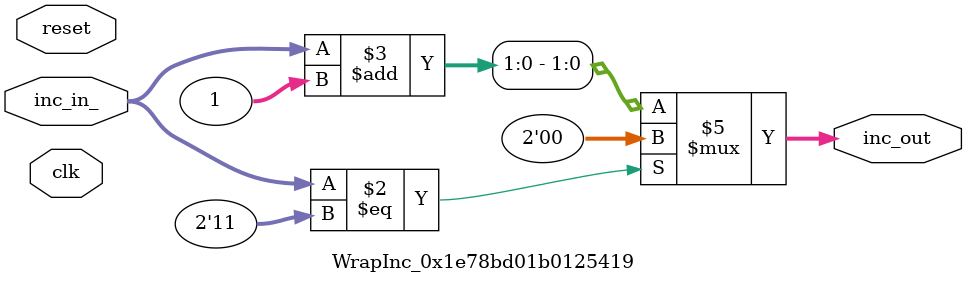
<source format=v>
`default_nettype none
module WrapIncVar_0x5d39f8009fda7e2
(
  input  wire [   0:0] clk,
  input  wire [   1:0] inc_in_,
  input  wire [   1:0] inc_ops,
  output reg  [   1:0] inc_out,
  input  wire [   0:0] reset
);

  // wire declarations
  wire   [   1:0] workaround_units_inc_out$000;
  wire   [   1:0] workaround_units_inc_out$001;


  // units$000 temporaries
  wire   [   0:0] units$000$reset;
  wire   [   0:0] units$000$clk;
  wire   [   1:0] units$000$inc_in_;
  wire   [   1:0] units$000$inc_out;

  WrapInc_0x1e78bd01b0125419 units$000
  (
    .reset   ( units$000$reset ),
    .clk     ( units$000$clk ),
    .inc_in_ ( units$000$inc_in_ ),
    .inc_out ( units$000$inc_out )
  );

  // units$001 temporaries
  wire   [   0:0] units$001$reset;
  wire   [   0:0] units$001$clk;
  wire   [   1:0] units$001$inc_in_;
  wire   [   1:0] units$001$inc_out;

  WrapInc_0x1e78bd01b0125419 units$001
  (
    .reset   ( units$001$reset ),
    .clk     ( units$001$clk ),
    .inc_in_ ( units$001$inc_in_ ),
    .inc_out ( units$001$inc_out )
  );

  // signal connections
  assign units$000$clk                = clk;
  assign units$000$inc_in_            = inc_in_;
  assign units$000$reset              = reset;
  assign units$001$clk                = clk;
  assign units$001$inc_in_            = units$000$inc_out;
  assign units$001$reset              = reset;
  assign workaround_units_inc_out$000 = units$000$inc_out;
  assign workaround_units_inc_out$001 = units$001$inc_out;

  // array declarations
  wire   [   1:0] workaround_units_inc_out[0:1];
  assign workaround_units_inc_out[  0] = workaround_units_inc_out$000;
  assign workaround_units_inc_out[  1] = workaround_units_inc_out$001;

  // PYMTL SOURCE:
  //
  // @s.combinational
  // def compute():
  //       if s.inc.ops == 0:
  //         s.inc.out.v = s.inc.in_
  //       else:
  //         s.inc.out.v = s.workaround_units_inc_out[ s.inc.ops - 1 ]

  // logic for compute()
  always @ (*) begin
    if ((inc_ops == 0)) begin
      inc_out = inc_in_;
    end
    else begin
      inc_out = workaround_units_inc_out[(inc_ops-1)];
    end
  end


endmodule // WrapIncVar_0x5d39f8009fda7e2
`default_nettype wire

//-----------------------------------------------------------------------------
// WrapInc_0x1e78bd01b0125419
//-----------------------------------------------------------------------------
// nbits: 2
// size: 4
// up: True
// dump-vcd: False
// verilator-xinit: zeros
`default_nettype none
module WrapInc_0x1e78bd01b0125419
(
  input  wire [   0:0] clk,
  input  wire [   1:0] inc_in_,
  output reg  [   1:0] inc_out,
  input  wire [   0:0] reset
);

  // localparam declarations
  localparam size = 4;



  // PYMTL SOURCE:
  //
  // @s.combinational
  // def compute():
  //         if s.inc.in_ == size - 1:
  //           s.inc.out.v = 0
  //         else:
  //           s.inc.out.v = s.inc.in_ + 1

  // logic for compute()
  always @ (*) begin
    if ((inc_in_ == (size-1))) begin
      inc_out = 0;
    end
    else begin
      inc_out = (inc_in_+1);
    end
  end


endmodule // WrapInc_0x1e78bd01b0125419
`default_nettype wire


</source>
